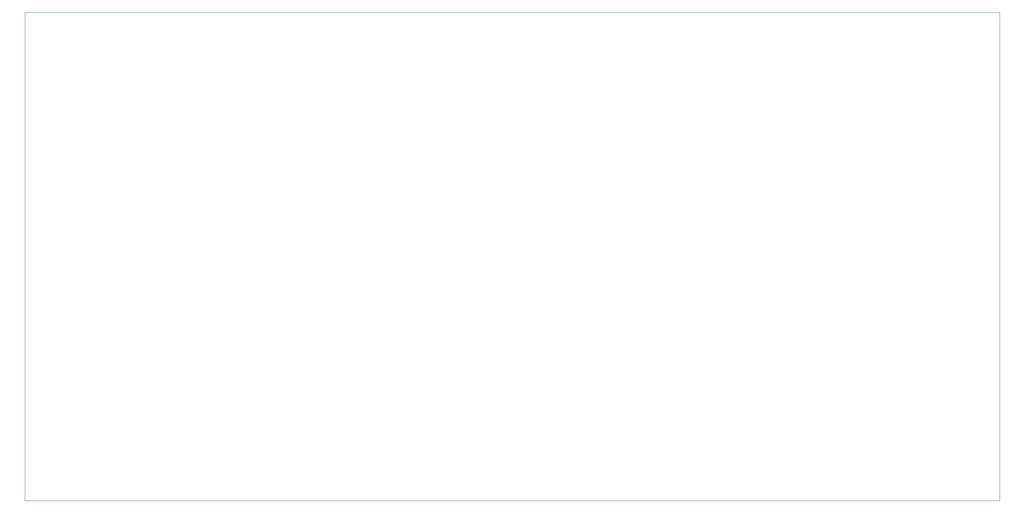
<source format=gbr>
%TF.GenerationSoftware,KiCad,Pcbnew,6.0.8-f2edbf62ab~116~ubuntu20.04.1*%
%TF.CreationDate,2022-12-03T19:21:23+01:00*%
%TF.ProjectId,shield_chm36VA,73686965-6c64-45f6-9368-6d333656412e,rev?*%
%TF.SameCoordinates,Original*%
%TF.FileFunction,Profile,NP*%
%FSLAX46Y46*%
G04 Gerber Fmt 4.6, Leading zero omitted, Abs format (unit mm)*
G04 Created by KiCad (PCBNEW 6.0.8-f2edbf62ab~116~ubuntu20.04.1) date 2022-12-03 19:21:23*
%MOMM*%
%LPD*%
G01*
G04 APERTURE LIST*
%TA.AperFunction,Profile*%
%ADD10C,0.100000*%
%TD*%
G04 APERTURE END LIST*
D10*
X243000000Y-143000000D02*
X243000000Y-43000000D01*
X43400000Y-143000000D02*
X243000000Y-143000000D01*
X243000000Y-43000000D02*
X43400000Y-43000000D01*
X43400000Y-43000000D02*
X43400000Y-143000000D01*
M02*

</source>
